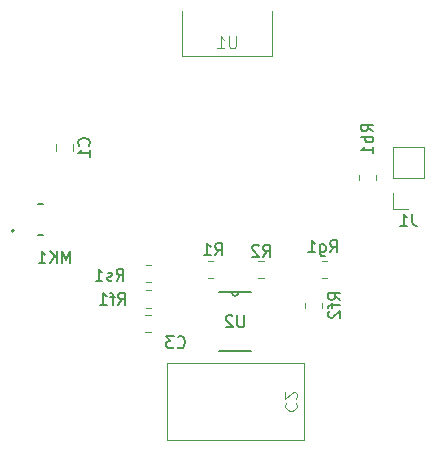
<source format=gbr>
%TF.GenerationSoftware,KiCad,Pcbnew,7.0.9*%
%TF.CreationDate,2024-04-20T19:42:18-07:00*%
%TF.ProjectId,mini_lipo_v1,6d696e69-5f6c-4697-906f-5f76312e6b69,rev?*%
%TF.SameCoordinates,Original*%
%TF.FileFunction,Legend,Bot*%
%TF.FilePolarity,Positive*%
%FSLAX46Y46*%
G04 Gerber Fmt 4.6, Leading zero omitted, Abs format (unit mm)*
G04 Created by KiCad (PCBNEW 7.0.9) date 2024-04-20 19:42:18*
%MOMM*%
%LPD*%
G01*
G04 APERTURE LIST*
%ADD10C,0.150000*%
%ADD11C,0.100000*%
%ADD12C,0.120000*%
%ADD13C,0.152400*%
%ADD14C,0.127000*%
%ADD15C,0.200000*%
G04 APERTURE END LIST*
D10*
X99480666Y-53159819D02*
X99813999Y-52683628D01*
X100052094Y-53159819D02*
X100052094Y-52159819D01*
X100052094Y-52159819D02*
X99671142Y-52159819D01*
X99671142Y-52159819D02*
X99575904Y-52207438D01*
X99575904Y-52207438D02*
X99528285Y-52255057D01*
X99528285Y-52255057D02*
X99480666Y-52350295D01*
X99480666Y-52350295D02*
X99480666Y-52493152D01*
X99480666Y-52493152D02*
X99528285Y-52588390D01*
X99528285Y-52588390D02*
X99575904Y-52636009D01*
X99575904Y-52636009D02*
X99671142Y-52683628D01*
X99671142Y-52683628D02*
X100052094Y-52683628D01*
X98528285Y-53159819D02*
X99099713Y-53159819D01*
X98813999Y-53159819D02*
X98813999Y-52159819D01*
X98813999Y-52159819D02*
X98909237Y-52302676D01*
X98909237Y-52302676D02*
X99004475Y-52397914D01*
X99004475Y-52397914D02*
X99099713Y-52445533D01*
X96305666Y-60938580D02*
X96353285Y-60986200D01*
X96353285Y-60986200D02*
X96496142Y-61033819D01*
X96496142Y-61033819D02*
X96591380Y-61033819D01*
X96591380Y-61033819D02*
X96734237Y-60986200D01*
X96734237Y-60986200D02*
X96829475Y-60890961D01*
X96829475Y-60890961D02*
X96877094Y-60795723D01*
X96877094Y-60795723D02*
X96924713Y-60605247D01*
X96924713Y-60605247D02*
X96924713Y-60462390D01*
X96924713Y-60462390D02*
X96877094Y-60271914D01*
X96877094Y-60271914D02*
X96829475Y-60176676D01*
X96829475Y-60176676D02*
X96734237Y-60081438D01*
X96734237Y-60081438D02*
X96591380Y-60033819D01*
X96591380Y-60033819D02*
X96496142Y-60033819D01*
X96496142Y-60033819D02*
X96353285Y-60081438D01*
X96353285Y-60081438D02*
X96305666Y-60129057D01*
X95972332Y-60033819D02*
X95353285Y-60033819D01*
X95353285Y-60033819D02*
X95686618Y-60414771D01*
X95686618Y-60414771D02*
X95543761Y-60414771D01*
X95543761Y-60414771D02*
X95448523Y-60462390D01*
X95448523Y-60462390D02*
X95400904Y-60510009D01*
X95400904Y-60510009D02*
X95353285Y-60605247D01*
X95353285Y-60605247D02*
X95353285Y-60843342D01*
X95353285Y-60843342D02*
X95400904Y-60938580D01*
X95400904Y-60938580D02*
X95448523Y-60986200D01*
X95448523Y-60986200D02*
X95543761Y-61033819D01*
X95543761Y-61033819D02*
X95829475Y-61033819D01*
X95829475Y-61033819D02*
X95924713Y-60986200D01*
X95924713Y-60986200D02*
X95972332Y-60938580D01*
X110055819Y-56951618D02*
X109579628Y-56618285D01*
X110055819Y-56380190D02*
X109055819Y-56380190D01*
X109055819Y-56380190D02*
X109055819Y-56761142D01*
X109055819Y-56761142D02*
X109103438Y-56856380D01*
X109103438Y-56856380D02*
X109151057Y-56903999D01*
X109151057Y-56903999D02*
X109246295Y-56951618D01*
X109246295Y-56951618D02*
X109389152Y-56951618D01*
X109389152Y-56951618D02*
X109484390Y-56903999D01*
X109484390Y-56903999D02*
X109532009Y-56856380D01*
X109532009Y-56856380D02*
X109579628Y-56761142D01*
X109579628Y-56761142D02*
X109579628Y-56380190D01*
X109389152Y-57237333D02*
X109389152Y-57618285D01*
X110055819Y-57380190D02*
X109198676Y-57380190D01*
X109198676Y-57380190D02*
X109103438Y-57427809D01*
X109103438Y-57427809D02*
X109055819Y-57523047D01*
X109055819Y-57523047D02*
X109055819Y-57618285D01*
X109151057Y-57904000D02*
X109103438Y-57951619D01*
X109103438Y-57951619D02*
X109055819Y-58046857D01*
X109055819Y-58046857D02*
X109055819Y-58284952D01*
X109055819Y-58284952D02*
X109103438Y-58380190D01*
X109103438Y-58380190D02*
X109151057Y-58427809D01*
X109151057Y-58427809D02*
X109246295Y-58475428D01*
X109246295Y-58475428D02*
X109341533Y-58475428D01*
X109341533Y-58475428D02*
X109484390Y-58427809D01*
X109484390Y-58427809D02*
X110055819Y-57856381D01*
X110055819Y-57856381D02*
X110055819Y-58475428D01*
X116157333Y-49668819D02*
X116157333Y-50383104D01*
X116157333Y-50383104D02*
X116204952Y-50525961D01*
X116204952Y-50525961D02*
X116300190Y-50621200D01*
X116300190Y-50621200D02*
X116443047Y-50668819D01*
X116443047Y-50668819D02*
X116538285Y-50668819D01*
X115157333Y-50668819D02*
X115728761Y-50668819D01*
X115443047Y-50668819D02*
X115443047Y-49668819D01*
X115443047Y-49668819D02*
X115538285Y-49811676D01*
X115538285Y-49811676D02*
X115633523Y-49906914D01*
X115633523Y-49906914D02*
X115728761Y-49954533D01*
X91122428Y-55318819D02*
X91455761Y-54842628D01*
X91693856Y-55318819D02*
X91693856Y-54318819D01*
X91693856Y-54318819D02*
X91312904Y-54318819D01*
X91312904Y-54318819D02*
X91217666Y-54366438D01*
X91217666Y-54366438D02*
X91170047Y-54414057D01*
X91170047Y-54414057D02*
X91122428Y-54509295D01*
X91122428Y-54509295D02*
X91122428Y-54652152D01*
X91122428Y-54652152D02*
X91170047Y-54747390D01*
X91170047Y-54747390D02*
X91217666Y-54795009D01*
X91217666Y-54795009D02*
X91312904Y-54842628D01*
X91312904Y-54842628D02*
X91693856Y-54842628D01*
X90741475Y-55271200D02*
X90646237Y-55318819D01*
X90646237Y-55318819D02*
X90455761Y-55318819D01*
X90455761Y-55318819D02*
X90360523Y-55271200D01*
X90360523Y-55271200D02*
X90312904Y-55175961D01*
X90312904Y-55175961D02*
X90312904Y-55128342D01*
X90312904Y-55128342D02*
X90360523Y-55033104D01*
X90360523Y-55033104D02*
X90455761Y-54985485D01*
X90455761Y-54985485D02*
X90598618Y-54985485D01*
X90598618Y-54985485D02*
X90693856Y-54937866D01*
X90693856Y-54937866D02*
X90741475Y-54842628D01*
X90741475Y-54842628D02*
X90741475Y-54795009D01*
X90741475Y-54795009D02*
X90693856Y-54699771D01*
X90693856Y-54699771D02*
X90598618Y-54652152D01*
X90598618Y-54652152D02*
X90455761Y-54652152D01*
X90455761Y-54652152D02*
X90360523Y-54699771D01*
X89360523Y-55318819D02*
X89931951Y-55318819D01*
X89646237Y-55318819D02*
X89646237Y-54318819D01*
X89646237Y-54318819D02*
X89741475Y-54461676D01*
X89741475Y-54461676D02*
X89836713Y-54556914D01*
X89836713Y-54556914D02*
X89931951Y-54604533D01*
X88780580Y-43880833D02*
X88828200Y-43833214D01*
X88828200Y-43833214D02*
X88875819Y-43690357D01*
X88875819Y-43690357D02*
X88875819Y-43595119D01*
X88875819Y-43595119D02*
X88828200Y-43452262D01*
X88828200Y-43452262D02*
X88732961Y-43357024D01*
X88732961Y-43357024D02*
X88637723Y-43309405D01*
X88637723Y-43309405D02*
X88447247Y-43261786D01*
X88447247Y-43261786D02*
X88304390Y-43261786D01*
X88304390Y-43261786D02*
X88113914Y-43309405D01*
X88113914Y-43309405D02*
X88018676Y-43357024D01*
X88018676Y-43357024D02*
X87923438Y-43452262D01*
X87923438Y-43452262D02*
X87875819Y-43595119D01*
X87875819Y-43595119D02*
X87875819Y-43690357D01*
X87875819Y-43690357D02*
X87923438Y-43833214D01*
X87923438Y-43833214D02*
X87971057Y-43880833D01*
X88875819Y-44833214D02*
X88875819Y-44261786D01*
X88875819Y-44547500D02*
X87875819Y-44547500D01*
X87875819Y-44547500D02*
X88018676Y-44452262D01*
X88018676Y-44452262D02*
X88113914Y-44357024D01*
X88113914Y-44357024D02*
X88161533Y-44261786D01*
D11*
X105498819Y-65698666D02*
X105451200Y-65746285D01*
X105451200Y-65746285D02*
X105403580Y-65889142D01*
X105403580Y-65889142D02*
X105403580Y-65984380D01*
X105403580Y-65984380D02*
X105451200Y-66127237D01*
X105451200Y-66127237D02*
X105546438Y-66222475D01*
X105546438Y-66222475D02*
X105641676Y-66270094D01*
X105641676Y-66270094D02*
X105832152Y-66317713D01*
X105832152Y-66317713D02*
X105975009Y-66317713D01*
X105975009Y-66317713D02*
X106165485Y-66270094D01*
X106165485Y-66270094D02*
X106260723Y-66222475D01*
X106260723Y-66222475D02*
X106355961Y-66127237D01*
X106355961Y-66127237D02*
X106403580Y-65984380D01*
X106403580Y-65984380D02*
X106403580Y-65889142D01*
X106403580Y-65889142D02*
X106355961Y-65746285D01*
X106355961Y-65746285D02*
X106308342Y-65698666D01*
X106308342Y-65317713D02*
X106355961Y-65270094D01*
X106355961Y-65270094D02*
X106403580Y-65174856D01*
X106403580Y-65174856D02*
X106403580Y-64936761D01*
X106403580Y-64936761D02*
X106355961Y-64841523D01*
X106355961Y-64841523D02*
X106308342Y-64793904D01*
X106308342Y-64793904D02*
X106213104Y-64746285D01*
X106213104Y-64746285D02*
X106117866Y-64746285D01*
X106117866Y-64746285D02*
X105975009Y-64793904D01*
X105975009Y-64793904D02*
X105403580Y-65365332D01*
X105403580Y-65365332D02*
X105403580Y-64746285D01*
D10*
X91257381Y-57350819D02*
X91590714Y-56874628D01*
X91828809Y-57350819D02*
X91828809Y-56350819D01*
X91828809Y-56350819D02*
X91447857Y-56350819D01*
X91447857Y-56350819D02*
X91352619Y-56398438D01*
X91352619Y-56398438D02*
X91305000Y-56446057D01*
X91305000Y-56446057D02*
X91257381Y-56541295D01*
X91257381Y-56541295D02*
X91257381Y-56684152D01*
X91257381Y-56684152D02*
X91305000Y-56779390D01*
X91305000Y-56779390D02*
X91352619Y-56827009D01*
X91352619Y-56827009D02*
X91447857Y-56874628D01*
X91447857Y-56874628D02*
X91828809Y-56874628D01*
X90971666Y-56684152D02*
X90590714Y-56684152D01*
X90828809Y-57350819D02*
X90828809Y-56493676D01*
X90828809Y-56493676D02*
X90781190Y-56398438D01*
X90781190Y-56398438D02*
X90685952Y-56350819D01*
X90685952Y-56350819D02*
X90590714Y-56350819D01*
X89733571Y-57350819D02*
X90304999Y-57350819D01*
X90019285Y-57350819D02*
X90019285Y-56350819D01*
X90019285Y-56350819D02*
X90114523Y-56493676D01*
X90114523Y-56493676D02*
X90209761Y-56588914D01*
X90209761Y-56588914D02*
X90304999Y-56636533D01*
X101930104Y-58255819D02*
X101930104Y-59065342D01*
X101930104Y-59065342D02*
X101882485Y-59160580D01*
X101882485Y-59160580D02*
X101834866Y-59208200D01*
X101834866Y-59208200D02*
X101739628Y-59255819D01*
X101739628Y-59255819D02*
X101549152Y-59255819D01*
X101549152Y-59255819D02*
X101453914Y-59208200D01*
X101453914Y-59208200D02*
X101406295Y-59160580D01*
X101406295Y-59160580D02*
X101358676Y-59065342D01*
X101358676Y-59065342D02*
X101358676Y-58255819D01*
X100930104Y-58351057D02*
X100882485Y-58303438D01*
X100882485Y-58303438D02*
X100787247Y-58255819D01*
X100787247Y-58255819D02*
X100549152Y-58255819D01*
X100549152Y-58255819D02*
X100453914Y-58303438D01*
X100453914Y-58303438D02*
X100406295Y-58351057D01*
X100406295Y-58351057D02*
X100358676Y-58446295D01*
X100358676Y-58446295D02*
X100358676Y-58541533D01*
X100358676Y-58541533D02*
X100406295Y-58684390D01*
X100406295Y-58684390D02*
X100977723Y-59255819D01*
X100977723Y-59255819D02*
X100358676Y-59255819D01*
X103544666Y-53286819D02*
X103877999Y-52810628D01*
X104116094Y-53286819D02*
X104116094Y-52286819D01*
X104116094Y-52286819D02*
X103735142Y-52286819D01*
X103735142Y-52286819D02*
X103639904Y-52334438D01*
X103639904Y-52334438D02*
X103592285Y-52382057D01*
X103592285Y-52382057D02*
X103544666Y-52477295D01*
X103544666Y-52477295D02*
X103544666Y-52620152D01*
X103544666Y-52620152D02*
X103592285Y-52715390D01*
X103592285Y-52715390D02*
X103639904Y-52763009D01*
X103639904Y-52763009D02*
X103735142Y-52810628D01*
X103735142Y-52810628D02*
X104116094Y-52810628D01*
X103163713Y-52382057D02*
X103116094Y-52334438D01*
X103116094Y-52334438D02*
X103020856Y-52286819D01*
X103020856Y-52286819D02*
X102782761Y-52286819D01*
X102782761Y-52286819D02*
X102687523Y-52334438D01*
X102687523Y-52334438D02*
X102639904Y-52382057D01*
X102639904Y-52382057D02*
X102592285Y-52477295D01*
X102592285Y-52477295D02*
X102592285Y-52572533D01*
X102592285Y-52572533D02*
X102639904Y-52715390D01*
X102639904Y-52715390D02*
X103211332Y-53286819D01*
X103211332Y-53286819D02*
X102592285Y-53286819D01*
X112849819Y-42687952D02*
X112373628Y-42354619D01*
X112849819Y-42116524D02*
X111849819Y-42116524D01*
X111849819Y-42116524D02*
X111849819Y-42497476D01*
X111849819Y-42497476D02*
X111897438Y-42592714D01*
X111897438Y-42592714D02*
X111945057Y-42640333D01*
X111945057Y-42640333D02*
X112040295Y-42687952D01*
X112040295Y-42687952D02*
X112183152Y-42687952D01*
X112183152Y-42687952D02*
X112278390Y-42640333D01*
X112278390Y-42640333D02*
X112326009Y-42592714D01*
X112326009Y-42592714D02*
X112373628Y-42497476D01*
X112373628Y-42497476D02*
X112373628Y-42116524D01*
X112849819Y-43116524D02*
X111849819Y-43116524D01*
X112230771Y-43116524D02*
X112183152Y-43211762D01*
X112183152Y-43211762D02*
X112183152Y-43402238D01*
X112183152Y-43402238D02*
X112230771Y-43497476D01*
X112230771Y-43497476D02*
X112278390Y-43545095D01*
X112278390Y-43545095D02*
X112373628Y-43592714D01*
X112373628Y-43592714D02*
X112659342Y-43592714D01*
X112659342Y-43592714D02*
X112754580Y-43545095D01*
X112754580Y-43545095D02*
X112802200Y-43497476D01*
X112802200Y-43497476D02*
X112849819Y-43402238D01*
X112849819Y-43402238D02*
X112849819Y-43211762D01*
X112849819Y-43211762D02*
X112802200Y-43116524D01*
X112849819Y-44545095D02*
X112849819Y-43973667D01*
X112849819Y-44259381D02*
X111849819Y-44259381D01*
X111849819Y-44259381D02*
X111992676Y-44164143D01*
X111992676Y-44164143D02*
X112087914Y-44068905D01*
X112087914Y-44068905D02*
X112135533Y-43973667D01*
D11*
X101218904Y-34636419D02*
X101218904Y-35445942D01*
X101218904Y-35445942D02*
X101171285Y-35541180D01*
X101171285Y-35541180D02*
X101123666Y-35588800D01*
X101123666Y-35588800D02*
X101028428Y-35636419D01*
X101028428Y-35636419D02*
X100837952Y-35636419D01*
X100837952Y-35636419D02*
X100742714Y-35588800D01*
X100742714Y-35588800D02*
X100695095Y-35541180D01*
X100695095Y-35541180D02*
X100647476Y-35445942D01*
X100647476Y-35445942D02*
X100647476Y-34636419D01*
X99647476Y-35636419D02*
X100218904Y-35636419D01*
X99933190Y-35636419D02*
X99933190Y-34636419D01*
X99933190Y-34636419D02*
X100028428Y-34779276D01*
X100028428Y-34779276D02*
X100123666Y-34874514D01*
X100123666Y-34874514D02*
X100218904Y-34922133D01*
D10*
X109204047Y-52905819D02*
X109537380Y-52429628D01*
X109775475Y-52905819D02*
X109775475Y-51905819D01*
X109775475Y-51905819D02*
X109394523Y-51905819D01*
X109394523Y-51905819D02*
X109299285Y-51953438D01*
X109299285Y-51953438D02*
X109251666Y-52001057D01*
X109251666Y-52001057D02*
X109204047Y-52096295D01*
X109204047Y-52096295D02*
X109204047Y-52239152D01*
X109204047Y-52239152D02*
X109251666Y-52334390D01*
X109251666Y-52334390D02*
X109299285Y-52382009D01*
X109299285Y-52382009D02*
X109394523Y-52429628D01*
X109394523Y-52429628D02*
X109775475Y-52429628D01*
X108346904Y-52239152D02*
X108346904Y-53048676D01*
X108346904Y-53048676D02*
X108394523Y-53143914D01*
X108394523Y-53143914D02*
X108442142Y-53191533D01*
X108442142Y-53191533D02*
X108537380Y-53239152D01*
X108537380Y-53239152D02*
X108680237Y-53239152D01*
X108680237Y-53239152D02*
X108775475Y-53191533D01*
X108346904Y-52858200D02*
X108442142Y-52905819D01*
X108442142Y-52905819D02*
X108632618Y-52905819D01*
X108632618Y-52905819D02*
X108727856Y-52858200D01*
X108727856Y-52858200D02*
X108775475Y-52810580D01*
X108775475Y-52810580D02*
X108823094Y-52715342D01*
X108823094Y-52715342D02*
X108823094Y-52429628D01*
X108823094Y-52429628D02*
X108775475Y-52334390D01*
X108775475Y-52334390D02*
X108727856Y-52286771D01*
X108727856Y-52286771D02*
X108632618Y-52239152D01*
X108632618Y-52239152D02*
X108442142Y-52239152D01*
X108442142Y-52239152D02*
X108346904Y-52286771D01*
X107346904Y-52905819D02*
X107918332Y-52905819D01*
X107632618Y-52905819D02*
X107632618Y-51905819D01*
X107632618Y-51905819D02*
X107727856Y-52048676D01*
X107727856Y-52048676D02*
X107823094Y-52143914D01*
X107823094Y-52143914D02*
X107918332Y-52191533D01*
X87193523Y-53829819D02*
X87193523Y-52829819D01*
X87193523Y-52829819D02*
X86860190Y-53544104D01*
X86860190Y-53544104D02*
X86526857Y-52829819D01*
X86526857Y-52829819D02*
X86526857Y-53829819D01*
X86050666Y-53829819D02*
X86050666Y-52829819D01*
X85479238Y-53829819D02*
X85907809Y-53258390D01*
X85479238Y-52829819D02*
X86050666Y-53401247D01*
X84526857Y-53829819D02*
X85098285Y-53829819D01*
X84812571Y-53829819D02*
X84812571Y-52829819D01*
X84812571Y-52829819D02*
X84907809Y-52972676D01*
X84907809Y-52972676D02*
X85003047Y-53067914D01*
X85003047Y-53067914D02*
X85098285Y-53115533D01*
D12*
%TO.C,R1*%
X98832936Y-53621000D02*
X99287064Y-53621000D01*
X98832936Y-55091000D02*
X99287064Y-55091000D01*
%TO.C,C3*%
X93545748Y-58193000D02*
X94068252Y-58193000D01*
X93545748Y-59663000D02*
X94068252Y-59663000D01*
%TO.C,Rf2*%
X107088000Y-57631064D02*
X107088000Y-57176936D01*
X108558000Y-57631064D02*
X108558000Y-57176936D01*
%TO.C,J1*%
X114494000Y-44014000D02*
X117154000Y-44014000D01*
X114494000Y-46614000D02*
X114494000Y-44014000D01*
X114494000Y-46614000D02*
X117154000Y-46614000D01*
X114494000Y-47884000D02*
X114494000Y-49214000D01*
X114494000Y-49214000D02*
X115824000Y-49214000D01*
X117154000Y-46614000D02*
X117154000Y-44014000D01*
%TO.C,Rs1*%
X94064064Y-57616000D02*
X93609936Y-57616000D01*
X94064064Y-56146000D02*
X93609936Y-56146000D01*
%TO.C,C1*%
X86006000Y-44308752D02*
X86006000Y-43786248D01*
X87476000Y-44308752D02*
X87476000Y-43786248D01*
D11*
%TO.C,C2*%
X106961000Y-68782000D02*
X95361000Y-68782000D01*
X95361000Y-68782000D02*
X95361000Y-62282000D01*
X95361000Y-62282000D02*
X106961000Y-62282000D01*
X106961000Y-62282000D02*
X106961000Y-68782000D01*
D12*
%TO.C,Rf1*%
X93609936Y-54002000D02*
X94064064Y-54002000D01*
X93609936Y-55472000D02*
X94064064Y-55472000D01*
D13*
%TO.C,U2*%
X102541853Y-61302900D02*
X99794547Y-61302900D01*
X99794547Y-56299100D02*
X102541853Y-56299100D01*
X100863400Y-56299100D02*
G75*
G03*
X101473000Y-56299100I304800J0D01*
G01*
D12*
%TO.C,R2*%
X103134936Y-53621000D02*
X103589064Y-53621000D01*
X103134936Y-55091000D02*
X103589064Y-55091000D01*
%TO.C,Rb1*%
X113130000Y-46365936D02*
X113130000Y-46820064D01*
X111660000Y-46365936D02*
X111660000Y-46820064D01*
D11*
%TO.C,U1*%
X104267000Y-36322000D02*
X96647000Y-36322000D01*
X104267000Y-32512000D02*
X104267000Y-36322000D01*
X96647000Y-36322000D02*
X96647000Y-32512000D01*
D12*
%TO.C,Rg1*%
X108484936Y-53621000D02*
X108939064Y-53621000D01*
X108484936Y-55091000D02*
X108939064Y-55091000D01*
D14*
%TO.C,MK1*%
X84509000Y-48840000D02*
X84909000Y-48840000D01*
X84509000Y-51490000D02*
X84909000Y-51490000D01*
D15*
X82434000Y-51085000D02*
G75*
G03*
X82434000Y-51085000I-100000J0D01*
G01*
%TD*%
M02*

</source>
